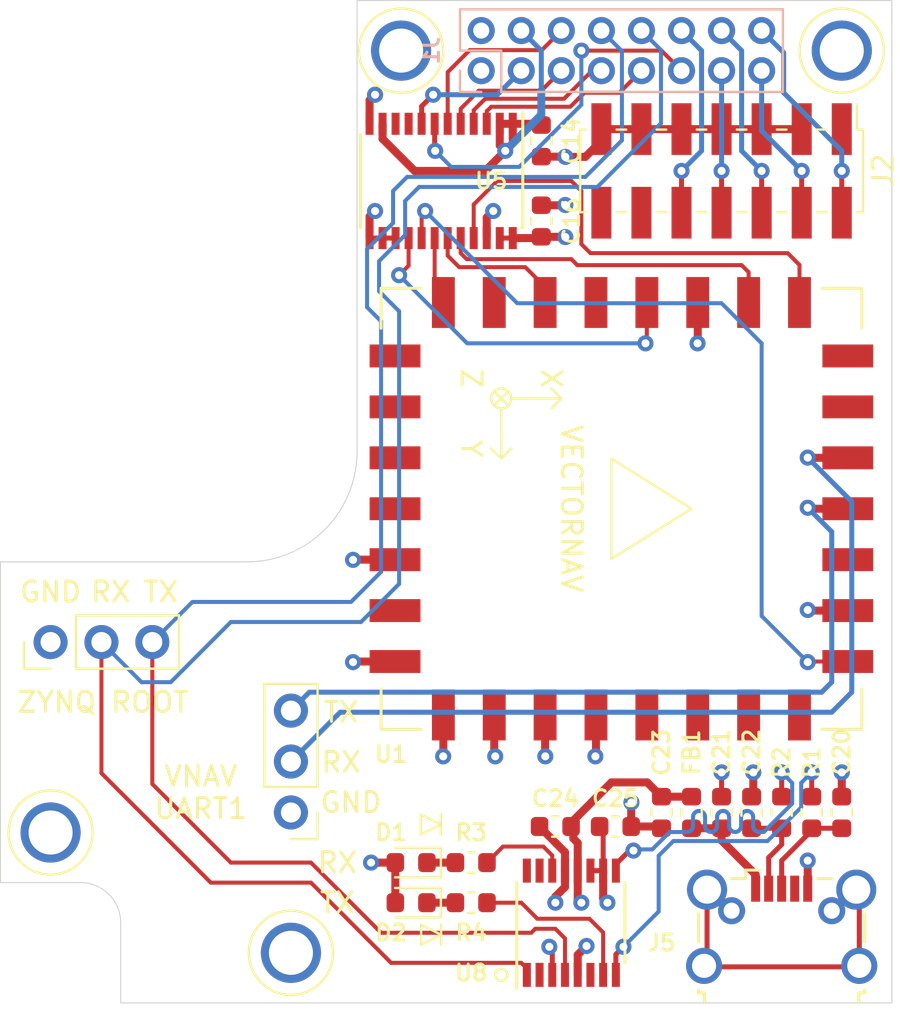
<source format=kicad_pcb>
(kicad_pcb (version 20200104) (host pcbnew "5.99.0-unknown-48ae188~100~ubuntu18.04.1")
  (layers (0 "F.Cu" signal) (1 "In1.Cu" signal hide) (2 "In2.Cu" signal hide) (31 "B.Cu" signal) (34 "B.Paste" user) (35 "F.Paste" user) (36 "B.SilkS" user) (37 "F.SilkS" user) (38 "B.Mask" user) (39 "F.Mask" user) (44 "Edge.Cuts" user))
  (net 0 "")
  (net 1 "Net-(U1-Pad29)")
  (net 2 "Net-(U1-Pad27)")
  (net 3 "Net-(U1-Pad26)")
  (net 4 "Net-(U1-Pad25)")
  (net 5 "Net-(U1-Pad24)")
  (net 6 "Net-(U1-Pad20)")
  (net 7 "Net-(U1-Pad15)")
  (net 8 "Net-(U1-Pad14)")
  (net 9 "Net-(U1-Pad8)")
  (net 10 "GND")
  (net 11 "+3V3")
  (net 12 "/IMU_CS")
  (net 13 "/IMU_NRST")
  (net 14 "/IMU_MISO")
  (net 15 "/IMU_MOSI")
  (net 16 "/IMU_SCK")
  (net 17 "/IMU_RX1")
  (net 18 "/IMU_TX1")
  (net 19 "/IMU_SYNC_OUT")
  (net 20 "/IMU_RX2")
  (net 21 "/IMU_TX2")
  (net 22 "/ROOT_TX")
  (net 23 "/ROOT_RX")
  (net 24 "+1V2")
  (net 25 "Net-(U1-Pad11)")
  (net 26 "Net-(U1-Pad7)")
  (net 27 "Net-(U8-Pad16)")
  (net 28 "Net-(U8-Pad15)")
  (net 29 "Net-(U8-Pad6)")
  (net 30 "Net-(U8-Pad2)")
  (net 31 "Net-(C20-Pad1)")
  (net 32 "Net-(C21-Pad1)")
  (net 33 "Net-(C22-Pad1)")
  (net 34 "/USB_3V3")
  (net 35 "Net-(J5-Pad6)")
  (net 36 "Net-(J5-Pad4)")
  (net 37 "/USB_VCC")
  (net 38 "Net-(D1-Pad1)")
  (net 39 "Net-(D2-Pad1)")
  (net 40 "/RXLED")
  (net 41 "/TXLED")
  (net 42 "/VCC_JTAG")
  (net 43 "/JTAG_TDO")
  (net 44 "/JTAG_TMS")
  (net 45 "/JTAG_TCK")
  (net 46 "/JTAG_TDI")
  (net 47 "/AUX4_1V2")
  (net 48 "/AUX3_1V2")
  (net 49 "/AUX2_1V2")
  (net 50 "/AUX5_1V2")
  (net 51 "/AUX1_1V2")
  (net 52 "/AUX0_1V2")
  (net 53 "Net-(J2-Pad14)")
  (net 54 "Net-(J2-Pad12)")
  (net 55 "Net-(J2-Pad1)")
  (net 56 "Net-(U1-Pad22)")
  (net 57 "Net-(U5-Pad10)")
  (net 58 "Net-(U5-Pad9)")
  (net 59 "/USB_D+")
  (net 60 "/USB_D-")
  (module "Connector_PinHeader_2.54mm:PinHeader_1x03_P2.54mm_Vertical" (layer "F.Cu") (at 94.5 110.5 180)
    (fp_text reference "J4" hide)
    (fp_text value "VECTORNAV_UART")
    (pad "3" thru_hole oval (at 0 5.08 180) (size 1.7 1.7) (drill 1) (layers *.Cu *.Mask) (net 18 "/IMU_TX1"))
    (pad "2" thru_hole oval (at 0 2.54 180) (size 1.7 1.7) (drill 1) (layers *.Cu *.Mask) (net 17 "/IMU_RX1"))
    (pad "1" thru_hole circle (at 0 0 180) (size 1.7 1.7) (drill 1) (layers *.Cu *.Mask) (net 10 "GND"))
  )
  (module "MountingHole:MountingHole_2.2mm_M2_Pad" (layer "F.Cu") (at 122 72.5)
    (fp_text reference "H4" hide)
    (fp_text value "MountingHole_Pad")
    (pad "1" thru_hole circle (at 0 0) (size 3 3) (drill 2.2) (layers *.Cu *.Mask) (net 10 "GND"))
  )
  (module "MountingHole:MountingHole_2.2mm_M2_Pad" (layer "F.Cu") (at 100 72.5)
    (fp_text reference "H3" hide)
    (fp_text value "MountingHole_Pad")
    (pad "1" thru_hole circle (at 0 0) (size 3 3) (drill 2.2) (layers *.Cu *.Mask) (net 10 "GND"))
  )
  (module "MountingHole:MountingHole_2.2mm_M2_Pad" (layer "F.Cu") (at 94.5 117.5)
    (fp_text reference "H2" hide)
    (fp_text value "MountingHole_Pad")
    (pad "1" thru_hole circle (at 0 0) (size 3 3) (drill 2.2) (layers *.Cu *.Mask) (net 10 "GND"))
  )
  (module "MountingHole:MountingHole_2.2mm_M2_Pad" (layer "F.Cu") (at 82.5 111.5)
    (fp_text reference "H1" hide)
    (fp_text value "MountingHole_Pad")
    (pad "1" thru_hole circle (at 0 0) (size 3 3) (drill 2.2) (layers *.Cu *.Mask) (net 10 "GND"))
  )
  (module "Connector_PinHeader_2.00mm:PinHeader_2x07_P2.00mm_Vertical_SMD" (layer "F.Cu") (at 116 78.5 -90)
    (fp_text reference "J2" (at 0 -8.06 90) (layer "F.SilkS"))
    (fp_text value "Xilinx programmer")
    (pad "14" smd rect (at 2.085 6 270) (size 2.58 1) (layers "F.Cu" "F.Paste" "F.Mask") (net 53 "Net-(J2-Pad14)"))
    (pad "13" smd rect (at -2.085 6 270) (size 2.58 1) (layers "F.Cu" "F.Paste" "F.Mask") (net 10 "GND"))
    (pad "12" smd rect (at 2.085 4 270) (size 2.58 1) (layers "F.Cu" "F.Paste" "F.Mask") (net 54 "Net-(J2-Pad12)"))
    (pad "11" smd rect (at -2.085 4 270) (size 2.58 1) (layers "F.Cu" "F.Paste" "F.Mask") (net 10 "GND"))
    (pad "10" smd rect (at 2.085 2 270) (size 2.58 1) (layers "F.Cu" "F.Paste" "F.Mask") (net 46 "/JTAG_TDI"))
    (pad "9" smd rect (at -2.085 2 270) (size 2.58 1) (layers "F.Cu" "F.Paste" "F.Mask") (net 10 "GND"))
    (pad "8" smd rect (at 2.085 0 270) (size 2.58 1) (layers "F.Cu" "F.Paste" "F.Mask") (net 43 "/JTAG_TDO"))
    (pad "7" smd rect (at -2.085 0 270) (size 2.58 1) (layers "F.Cu" "F.Paste" "F.Mask") (net 10 "GND"))
    (pad "6" smd rect (at 2.085 -2 270) (size 2.58 1) (layers "F.Cu" "F.Paste" "F.Mask") (net 45 "/JTAG_TCK"))
    (pad "5" smd rect (at -2.085 -2 270) (size 2.58 1) (layers "F.Cu" "F.Paste" "F.Mask") (net 10 "GND"))
    (pad "4" smd rect (at 2.085 -4 270) (size 2.58 1) (layers "F.Cu" "F.Paste" "F.Mask") (net 44 "/JTAG_TMS"))
    (pad "3" smd rect (at -2.085 -4 270) (size 2.58 1) (layers "F.Cu" "F.Paste" "F.Mask") (net 10 "GND"))
    (pad "2" smd rect (at 2.085 -6 270) (size 2.58 1) (layers "F.Cu" "F.Paste" "F.Mask") (net 42 "/VCC_JTAG"))
    (pad "1" smd rect (at -2.085 -6 270) (size 2.58 1) (layers "F.Cu" "F.Paste" "F.Mask") (net 55 "Net-(J2-Pad1)"))
  )
  (module "Connector_PinSocket_2.00mm:PinSocket_2x08_P2.00mm_Vertical" (layer "B.Cu") (at 104 73.5 -90)
    (fp_text reference "J1" (at -1 2.5 -90) (layer "B.SilkS") (effects (font (size 0.8 0.8)) (justify mirror)))
    (fp_text value "camera")
    (pad "16" thru_hole oval (at -2 -14 270) (size 1.35 1.35) (drill 0.8) (layers *.Cu *.Mask) (net 42 "/VCC_JTAG"))
    (pad "15" thru_hole oval (at 0 -14 270) (size 1.35 1.35) (drill 0.8) (layers *.Cu *.Mask) (net 44 "/JTAG_TMS"))
    (pad "14" thru_hole oval (at -2 -12 270) (size 1.35 1.35) (drill 0.8) (layers *.Cu *.Mask) (net 45 "/JTAG_TCK"))
    (pad "13" thru_hole oval (at 0 -12 270) (size 1.35 1.35) (drill 0.8) (layers *.Cu *.Mask) (net 43 "/JTAG_TDO"))
    (pad "12" thru_hole oval (at -2 -10 270) (size 1.35 1.35) (drill 0.8) (layers *.Cu *.Mask) (net 46 "/JTAG_TDI"))
    (pad "11" thru_hole oval (at 0 -10 270) (size 1.35 1.35) (drill 0.8) (layers *.Cu *.Mask) (net 47 "/AUX4_1V2"))
    (pad "10" thru_hole oval (at -2 -8 270) (size 1.35 1.35) (drill 0.8) (layers *.Cu *.Mask) (net 23 "/ROOT_RX"))
    (pad "9" thru_hole oval (at 0 -8 270) (size 1.35 1.35) (drill 0.8) (layers *.Cu *.Mask) (net 48 "/AUX3_1V2"))
    (pad "8" thru_hole oval (at -2 -6 270) (size 1.35 1.35) (drill 0.8) (layers *.Cu *.Mask) (net 22 "/ROOT_TX"))
    (pad "7" thru_hole oval (at 0 -6 270) (size 1.35 1.35) (drill 0.8) (layers *.Cu *.Mask) (net 49 "/AUX2_1V2"))
    (pad "6" thru_hole oval (at -2 -4 270) (size 1.35 1.35) (drill 0.8) (layers *.Cu *.Mask) (net 50 "/AUX5_1V2"))
    (pad "5" thru_hole oval (at 0 -4 270) (size 1.35 1.35) (drill 0.8) (layers *.Cu *.Mask) (net 51 "/AUX1_1V2"))
    (pad "4" thru_hole oval (at -2 -2 270) (size 1.35 1.35) (drill 0.8) (layers *.Cu *.Mask) (net 24 "+1V2"))
    (pad "3" thru_hole oval (at 0 -2 270) (size 1.35 1.35) (drill 0.8) (layers *.Cu *.Mask) (net 52 "/AUX0_1V2"))
    (pad "2" thru_hole oval (at -2 0 270) (size 1.35 1.35) (drill 0.8) (layers *.Cu *.Mask) (net 10 "GND"))
    (pad "1" thru_hole circle (at 0 0 270) (size 1.35 1.35) (drill 0.8) (layers *.Cu *.Mask) (net 11 "+3V3"))
  )
  (module "Resistor_SMD:R_0603_1608Metric" (layer "F.Cu") (at 103.5 115)
    (fp_text reference "R4" (at 0 1.5) (layer "F.SilkS") (effects (font (size 0.8 0.8))))
    (fp_text value "270R")
    (pad "1" smd roundrect (at -0.7875 0) (size 0.875 0.95) (layers "F.Cu" "F.Paste" "F.Mask") (net 39 "Net-(D2-Pad1)"))
    (pad "2" smd roundrect (at 0.7875 0) (size 0.875 0.95) (layers "F.Cu" "F.Paste" "F.Mask") (net 41 "/TXLED"))
  )
  (module "Resistor_SMD:R_0603_1608Metric" (layer "F.Cu") (at 103.5 113)
    (fp_text reference "R3" (at 0 -1.5) (layer "F.SilkS") (effects (font (size 0.8 0.8))))
    (fp_text value "270R")
    (pad "2" smd roundrect (at 0.7875 0) (size 0.875 0.95) (layers "F.Cu" "F.Paste" "F.Mask") (net 40 "/RXLED"))
    (pad "1" smd roundrect (at -0.7875 0) (size 0.875 0.95) (layers "F.Cu" "F.Paste" "F.Mask") (net 38 "Net-(D1-Pad1)"))
  )
  (module "LED_SMD:LED_0603_1608Metric" (layer "F.Cu") (at 100.5 115 180)
    (fp_text reference "D2" (at 1 -1.5) (layer "F.SilkS") (effects (font (size 0.8 0.8))))
    (fp_text value "TXLED")
    (pad "1" smd roundrect (at -0.7875 0 180) (size 0.875 0.95) (layers "F.Cu" "F.Paste" "F.Mask") (net 39 "Net-(D2-Pad1)"))
    (pad "2" smd roundrect (at 0.7875 0 180) (size 0.875 0.95) (layers "F.Cu" "F.Paste" "F.Mask") (net 34 "/USB_3V3"))
  )
  (module "LED_SMD:LED_0603_1608Metric" (layer "F.Cu") (at 100.5 113 180)
    (fp_text reference "D1" (at 1 1.5) (layer "F.SilkS") (effects (font (size 0.8 0.8))))
    (fp_text value "RXLED")
    (pad "2" smd roundrect (at 0.7875 0 180) (size 0.875 0.95) (layers "F.Cu" "F.Paste" "F.Mask") (net 34 "/USB_3V3"))
    (pad "1" smd roundrect (at -0.7875 0 180) (size 0.875 0.95) (layers "F.Cu" "F.Paste" "F.Mask") (net 38 "Net-(D1-Pad1)"))
  )
  (module "IMU:VN-100" (layer "F.Cu") (at 111 95.35 -90)
    (fp_text reference "U1" (at 12.25 11.5 180) (layer "F.SilkS") (effects (font (size 0.8 0.8))))
    (fp_text value "VN-100")
    (pad "30" smd rect (at 7.62 11.303 180) (size 2.54 1.143) (layers "F.Cu" "F.Paste" "F.Mask") (net 10 "GND"))
    (pad "29" smd rect (at 5.08 11.303 180) (size 2.54 1.143) (layers "F.Cu" "F.Paste" "F.Mask") (net 1 "Net-(U1-Pad29)"))
    (pad "28" smd rect (at 2.54 11.303 180) (size 2.54 1.143) (layers "F.Cu" "F.Paste" "F.Mask") (net 10 "GND"))
    (pad "27" smd rect (at 0 11.303 180) (size 2.54 1.143) (layers "F.Cu" "F.Paste" "F.Mask") (net 2 "Net-(U1-Pad27)"))
    (pad "26" smd rect (at -2.54 11.303 180) (size 2.54 1.143) (layers "F.Cu" "F.Paste" "F.Mask") (net 3 "Net-(U1-Pad26)"))
    (pad "25" smd rect (at -5.08 11.303 180) (size 2.54 1.143) (layers "F.Cu" "F.Paste" "F.Mask") (net 4 "Net-(U1-Pad25)"))
    (pad "24" smd rect (at -7.62 11.303 180) (size 2.54 1.143) (layers "F.Cu" "F.Paste" "F.Mask") (net 5 "Net-(U1-Pad24)"))
    (pad "23" smd rect (at -10.287 8.89 90) (size 2.54 1.143) (layers "F.Cu" "F.Paste" "F.Mask") (net 12 "/IMU_CS"))
    (pad "22" smd rect (at -10.287 6.35 90) (size 2.54 1.143) (layers "F.Cu" "F.Paste" "F.Mask") (net 56 "Net-(U1-Pad22)"))
    (pad "21" smd rect (at -10.287 3.81 90) (size 2.54 1.143) (layers "F.Cu" "F.Paste" "F.Mask") (net 13 "/IMU_NRST"))
    (pad "20" smd rect (at -10.287 1.27 90) (size 2.54 1.143) (layers "F.Cu" "F.Paste" "F.Mask") (net 6 "Net-(U1-Pad20)"))
    (pad "19" smd rect (at -10.287 -1.27 90) (size 2.54 1.143) (layers "F.Cu" "F.Paste" "F.Mask") (net 14 "/IMU_MISO"))
    (pad "18" smd rect (at -10.287 -3.81 90) (size 2.54 1.143) (layers "F.Cu" "F.Paste" "F.Mask") (net 10 "GND"))
    (pad "17" smd rect (at -10.287 -6.35 90) (size 2.54 1.143) (layers "F.Cu" "F.Paste" "F.Mask") (net 15 "/IMU_MOSI"))
    (pad "16" smd rect (at -10.287 -8.89 90) (size 2.54 1.143) (layers "F.Cu" "F.Paste" "F.Mask") (net 16 "/IMU_SCK"))
    (pad "15" smd rect (at -7.62 -11.303) (size 2.54 1.143) (layers "F.Cu" "F.Paste" "F.Mask") (net 7 "Net-(U1-Pad15)"))
    (pad "14" smd rect (at -5.08 -11.303) (size 2.54 1.143) (layers "F.Cu" "F.Paste" "F.Mask") (net 8 "Net-(U1-Pad14)"))
    (pad "13" smd rect (at -2.54 -11.303) (size 2.54 1.143) (layers "F.Cu" "F.Paste" "F.Mask") (net 17 "/IMU_RX1"))
    (pad "12" smd rect (at 0 -11.303) (size 2.54 1.143) (layers "F.Cu" "F.Paste" "F.Mask") (net 18 "/IMU_TX1"))
    (pad "11" smd rect (at 2.54 -11.303) (size 2.54 1.143) (layers "F.Cu" "F.Paste" "F.Mask") (net 25 "Net-(U1-Pad11)"))
    (pad "10" smd rect (at 5.08 -11.303) (size 2.54 1.143) (layers "F.Cu" "F.Paste" "F.Mask") (net 11 "+3V3"))
    (pad "9" smd rect (at 7.62 -11.303) (size 2.54 1.143) (layers "F.Cu" "F.Paste" "F.Mask") (net 19 "/IMU_SYNC_OUT"))
    (pad "8" smd rect (at 10.287 -8.89 270) (size 2.54 1.143) (layers "F.Cu" "F.Paste" "F.Mask") (net 9 "Net-(U1-Pad8)"))
    (pad "7" smd rect (at 10.287 -6.35 270) (size 2.54 1.143) (layers "F.Cu" "F.Paste" "F.Mask") (net 26 "Net-(U1-Pad7)"))
    (pad "6" smd rect (at 10.287 -3.81 270) (size 2.54 1.143) (layers "F.Cu" "F.Paste" "F.Mask") (net 20 "/IMU_RX2"))
    (pad "5" smd rect (at 10.287 -1.27 270) (size 2.54 1.143) (layers "F.Cu" "F.Paste" "F.Mask") (net 21 "/IMU_TX2"))
    (pad "4" smd rect (at 10.287 1.27 270) (size 2.54 1.143) (layers "F.Cu" "F.Paste" "F.Mask") (net 10 "GND"))
    (pad "3" smd rect (at 10.287 3.81 270) (size 2.54 1.143) (layers "F.Cu" "F.Paste" "F.Mask") (net 10 "GND"))
    (pad "2" smd rect (at 10.287 6.35 270) (size 2.54 1.143) (layers "F.Cu" "F.Paste" "F.Mask") (net 10 "GND"))
    (pad "1" smd rect (at 10.287 8.89 270) (size 2.54 1.143) (layers "F.Cu" "F.Paste" "F.Mask") (net 10 "GND"))
  )
  (module "Connector_USB:USB_Micro-B_Wuerth_629105150521_CircularHoles" (layer "F.Cu") (at 119 116.2)
    (fp_text reference "J5" (at -6 0.8) (layer "F.SilkS") (effects (font (size 0.8 0.8))))
    (fp_text value "USB_B_Micro")
    (pad "" thru_hole circle (at 2.5 -0.8) (size 1.35 1.35) (drill 0.8) (layers *.Cu *.Mask))
    (pad "" thru_hole circle (at -2.5 -0.8) (size 1.35 1.35) (drill 0.8) (layers *.Cu *.Mask))
    (pad "6" thru_hole circle (at 3.875 1.95) (size 1.8 1.8) (drill 1.2) (layers *.Cu *.Mask) (net 35 "Net-(J5-Pad6)"))
    (pad "6" thru_hole circle (at -3.875 1.95) (size 1.8 1.8) (drill 1.2) (layers *.Cu *.Mask) (net 35 "Net-(J5-Pad6)"))
    (pad "6" thru_hole circle (at 3.725 -1.85) (size 2 2) (drill 1.4) (layers *.Cu *.Mask) (net 35 "Net-(J5-Pad6)"))
    (pad "6" thru_hole circle (at -3.725 -1.85) (size 2 2) (drill 1.4) (layers *.Cu *.Mask) (net 35 "Net-(J5-Pad6)"))
    (pad "5" smd rect (at 1.3 -1.9) (size 0.45 1.3) (layers "F.Cu" "F.Paste" "F.Mask") (net 10 "GND"))
    (pad "4" smd rect (at 0.65 -1.9) (size 0.45 1.3) (layers "F.Cu" "F.Paste" "F.Mask") (net 36 "Net-(J5-Pad4)"))
    (pad "3" smd rect (at 0 -1.9) (size 0.45 1.3) (layers "F.Cu" "F.Paste" "F.Mask") (net 31 "Net-(C20-Pad1)"))
    (pad "2" smd rect (at -0.65 -1.9) (size 0.45 1.3) (layers "F.Cu" "F.Paste" "F.Mask") (net 33 "Net-(C22-Pad1)"))
    (pad "1" smd rect (at -1.3 -1.9) (size 0.45 1.3) (layers "F.Cu" "F.Paste" "F.Mask") (net 32 "Net-(C21-Pad1)"))
  )
  (module "Resistor_SMD:R_0603_1608Metric" (layer "F.Cu") (at 119 110.5 -90)
    (fp_text reference "R2" (at -2.5 0 90) (layer "F.SilkS") (effects (font (size 0.8 0.8))))
    (fp_text value "27R")
    (pad "2" smd roundrect (at 0.7875 0 270) (size 0.875 0.95) (layers "F.Cu" "F.Paste" "F.Mask") (net 33 "Net-(C22-Pad1)"))
    (pad "1" smd roundrect (at -0.7875 0 270) (size 0.875 0.95) (layers "F.Cu" "F.Paste" "F.Mask") (net 60 "/USB_D-"))
  )
  (module "Resistor_SMD:R_0603_1608Metric" (layer "F.Cu") (at 120.5 110.5 -90)
    (fp_text reference "R1" (at -2.5 0 90) (layer "F.SilkS") (effects (font (size 0.8 0.8))))
    (fp_text value "27R")
    (pad "2" smd roundrect (at 0.7875 0 270) (size 0.875 0.95) (layers "F.Cu" "F.Paste" "F.Mask") (net 31 "Net-(C20-Pad1)"))
    (pad "1" smd roundrect (at -0.7875 0 270) (size 0.875 0.95) (layers "F.Cu" "F.Paste" "F.Mask") (net 59 "/USB_D+"))
  )
  (module "Package_SO:SSOP-16_3.9x4.9mm_P0.635mm" (layer "F.Cu") (at 108.5 116 90)
    (fp_text reference "U8" (at -2.5 -5) (layer "F.SilkS") (effects (font (size 0.8 0.8))))
    (fp_text value "FT230XS")
    (pad "16" smd rect (at 2.6 -2.2225 90) (size 1.2 0.4) (layers "F.Cu" "F.Paste" "F.Mask") (net 27 "Net-(U8-Pad16)"))
    (pad "15" smd rect (at 2.6 -1.5875 90) (size 1.2 0.4) (layers "F.Cu" "F.Paste" "F.Mask") (net 28 "Net-(U8-Pad15)"))
    (pad "14" smd rect (at 2.6 -0.9525 90) (size 1.2 0.4) (layers "F.Cu" "F.Paste" "F.Mask") (net 40 "/RXLED"))
    (pad "13" smd rect (at 2.6 -0.3175 90) (size 1.2 0.4) (layers "F.Cu" "F.Paste" "F.Mask") (net 10 "GND"))
    (pad "12" smd rect (at 2.6 0.3175 90) (size 1.2 0.4) (layers "F.Cu" "F.Paste" "F.Mask") (net 37 "/USB_VCC"))
    (pad "11" smd rect (at 2.6 0.9525 90) (size 1.2 0.4) (layers "F.Cu" "F.Paste" "F.Mask") (net 34 "/USB_3V3"))
    (pad "10" smd rect (at 2.6 1.5875 90) (size 1.2 0.4) (layers "F.Cu" "F.Paste" "F.Mask") (net 34 "/USB_3V3"))
    (pad "9" smd rect (at 2.6 2.2225 90) (size 1.2 0.4) (layers "F.Cu" "F.Paste" "F.Mask") (net 60 "/USB_D-"))
    (pad "8" smd rect (at -2.6 2.2225 90) (size 1.2 0.4) (layers "F.Cu" "F.Paste" "F.Mask") (net 59 "/USB_D+"))
    (pad "7" smd rect (at -2.6 1.5875 90) (size 1.2 0.4) (layers "F.Cu" "F.Paste" "F.Mask") (net 41 "/TXLED"))
    (pad "6" smd rect (at -2.6 0.9525 90) (size 1.2 0.4) (layers "F.Cu" "F.Paste" "F.Mask") (net 29 "Net-(U8-Pad6)"))
    (pad "5" smd rect (at -2.6 0.3175 90) (size 1.2 0.4) (layers "F.Cu" "F.Paste" "F.Mask") (net 10 "GND"))
    (pad "4" smd rect (at -2.6 -0.3175 90) (size 1.2 0.4) (layers "F.Cu" "F.Paste" "F.Mask") (net 22 "/ROOT_TX"))
    (pad "3" smd rect (at -2.6 -0.9525 90) (size 1.2 0.4) (layers "F.Cu" "F.Paste" "F.Mask") (net 34 "/USB_3V3"))
    (pad "2" smd rect (at -2.6 -1.5875 90) (size 1.2 0.4) (layers "F.Cu" "F.Paste" "F.Mask") (net 30 "Net-(U8-Pad2)"))
    (pad "1" smd rect (at -2.6 -2.2225 90) (size 1.2 0.4) (layers "F.Cu" "F.Paste" "F.Mask") (net 23 "/ROOT_RX"))
  )
  (module "Connector_PinHeader_2.54mm:PinHeader_1x03_P2.54mm_Vertical" (layer "F.Cu") (at 82.5 102 90)
    (fp_text reference "J3" hide)
    (fp_text value "ROOT CONSOLE")
    (pad "3" thru_hole oval (at 0 5.08 90) (size 1.7 1.7) (drill 1) (layers *.Cu *.Mask) (net 22 "/ROOT_TX"))
    (pad "2" thru_hole oval (at 0 2.54 90) (size 1.7 1.7) (drill 1) (layers *.Cu *.Mask) (net 23 "/ROOT_RX"))
    (pad "1" thru_hole circle (at 0 0 90) (size 1.7 1.7) (drill 1) (layers *.Cu *.Mask) (net 10 "GND"))
  )
  (module "Resistor_SMD:R_0603_1608Metric" (layer "F.Cu") (at 114.5 110.5 -90)
    (fp_text reference "FB1" (at -3 0 90) (layer "F.SilkS") (effects (font (size 0.8 0.8))))
    (fp_text value "ferrite")
    (pad "2" smd roundrect (at 0.7875 0 270) (size 0.875 0.95) (layers "F.Cu" "F.Paste" "F.Mask") (net 32 "Net-(C21-Pad1)"))
    (pad "1" smd roundrect (at -0.7875 0 270) (size 0.875 0.95) (layers "F.Cu" "F.Paste" "F.Mask") (net 37 "/USB_VCC"))
  )
  (module "Capacitor_SMD:C_0603_1608Metric" (layer "F.Cu") (at 110.7 111.2)
    (fp_text reference "C25" (at 0 -1.4) (layer "F.SilkS") (effects (font (size 0.8 0.8))))
    (fp_text value "100n")
    (pad "2" smd roundrect (at 0.7875 0) (size 0.875 0.95) (layers "F.Cu" "F.Paste" "F.Mask") (net 10 "GND"))
    (pad "1" smd roundrect (at -0.7875 0) (size 0.875 0.95) (layers "F.Cu" "F.Paste" "F.Mask") (net 34 "/USB_3V3"))
  )
  (module "Capacitor_SMD:C_0603_1608Metric" (layer "F.Cu") (at 107.7 111.2 180)
    (fp_text reference "C24" (at 0 1.4) (layer "F.SilkS") (effects (font (size 0.8 0.8))))
    (fp_text value "100n")
    (pad "2" smd roundrect (at 0.7875 0 180) (size 0.875 0.95) (layers "F.Cu" "F.Paste" "F.Mask") (net 10 "GND"))
    (pad "1" smd roundrect (at -0.7875 0 180) (size 0.875 0.95) (layers "F.Cu" "F.Paste" "F.Mask") (net 37 "/USB_VCC"))
  )
  (module "Capacitor_SMD:C_0603_1608Metric" (layer "F.Cu") (at 113 110.5 -90)
    (fp_text reference "C23" (at -3 0 90) (layer "F.SilkS") (effects (font (size 0.8 0.8))))
    (fp_text value "10u")
    (pad "2" smd roundrect (at 0.7875 0 270) (size 0.875 0.95) (layers "F.Cu" "F.Paste" "F.Mask") (net 10 "GND"))
    (pad "1" smd roundrect (at -0.7875 0 270) (size 0.875 0.95) (layers "F.Cu" "F.Paste" "F.Mask") (net 37 "/USB_VCC"))
  )
  (module "Capacitor_SMD:C_0603_1608Metric" (layer "F.Cu") (at 117.5 110.5 90)
    (fp_text reference "C22" (at 3 0 90) (layer "F.SilkS") (effects (font (size 0.8 0.8))))
    (fp_text value "47p")
    (pad "2" smd roundrect (at 0.7875 0 90) (size 0.875 0.95) (layers "F.Cu" "F.Paste" "F.Mask") (net 10 "GND"))
    (pad "1" smd roundrect (at -0.7875 0 90) (size 0.875 0.95) (layers "F.Cu" "F.Paste" "F.Mask") (net 33 "Net-(C22-Pad1)"))
  )
  (module "Capacitor_SMD:C_0603_1608Metric" (layer "F.Cu") (at 116 110.5 90)
    (fp_text reference "C21" (at 3 0 90) (layer "F.SilkS") (effects (font (size 0.8 0.8))))
    (fp_text value "100n")
    (pad "2" smd roundrect (at 0.7875 0 90) (size 0.875 0.95) (layers "F.Cu" "F.Paste" "F.Mask") (net 10 "GND"))
    (pad "1" smd roundrect (at -0.7875 0 90) (size 0.875 0.95) (layers "F.Cu" "F.Paste" "F.Mask") (net 32 "Net-(C21-Pad1)"))
  )
  (module "Capacitor_SMD:C_0603_1608Metric" (layer "F.Cu") (at 122 110.5 90)
    (fp_text reference "C20" (at 3 0 90) (layer "F.SilkS") (effects (font (size 0.8 0.8))))
    (fp_text value "47p")
    (pad "2" smd roundrect (at 0.7875 0 90) (size 0.875 0.95) (layers "F.Cu" "F.Paste" "F.Mask") (net 10 "GND"))
    (pad "1" smd roundrect (at -0.7875 0 90) (size 0.875 0.95) (layers "F.Cu" "F.Paste" "F.Mask") (net 31 "Net-(C20-Pad1)"))
  )
  (module "Package_SO:TSSOP-24_4.4x7.8mm_P0.65mm" (layer "F.Cu") (at 102 79 -90)
    (fp_text reference "U5" (at 0 -2.5 180) (layer "F.SilkS") (effects (font (size 0.8 0.8))))
    (fp_text value "SN74AXCH8T245")
    (pad "24" smd rect (at 2.85 -3.575 270) (size 1.1 0.4) (layers "F.Cu" "F.Paste" "F.Mask") (net 11 "+3V3"))
    (pad "23" smd rect (at 2.85 -2.925 270) (size 1.1 0.4) (layers "F.Cu" "F.Paste" "F.Mask") (net 11 "+3V3"))
    (pad "22" smd rect (at 2.85 -2.275 270) (size 1.1 0.4) (layers "F.Cu" "F.Paste" "F.Mask") (net 10 "GND"))
    (pad "21" smd rect (at 2.85 -1.625 270) (size 1.1 0.4) (layers "F.Cu" "F.Paste" "F.Mask") (net 16 "/IMU_SCK"))
    (pad "20" smd rect (at 2.85 -0.975 270) (size 1.1 0.4) (layers "F.Cu" "F.Paste" "F.Mask") (net 15 "/IMU_MOSI"))
    (pad "19" smd rect (at 2.85 -0.325 270) (size 1.1 0.4) (layers "F.Cu" "F.Paste" "F.Mask") (net 13 "/IMU_NRST"))
    (pad "18" smd rect (at 2.85 0.325 270) (size 1.1 0.4) (layers "F.Cu" "F.Paste" "F.Mask") (net 12 "/IMU_CS"))
    (pad "17" smd rect (at 2.85 0.975 270) (size 1.1 0.4) (layers "F.Cu" "F.Paste" "F.Mask") (net 19 "/IMU_SYNC_OUT"))
    (pad "16" smd rect (at 2.85 1.625 270) (size 1.1 0.4) (layers "F.Cu" "F.Paste" "F.Mask") (net 14 "/IMU_MISO"))
    (pad "15" smd rect (at 2.85 2.275 270) (size 1.1 0.4) (layers "F.Cu" "F.Paste" "F.Mask") (net 10 "GND"))
    (pad "14" smd rect (at 2.85 2.925 270) (size 1.1 0.4) (layers "F.Cu" "F.Paste" "F.Mask") (net 10 "GND"))
    (pad "13" smd rect (at 2.85 3.575 270) (size 1.1 0.4) (layers "F.Cu" "F.Paste" "F.Mask") (net 10 "GND"))
    (pad "12" smd rect (at -2.85 3.575 270) (size 1.1 0.4) (layers "F.Cu" "F.Paste" "F.Mask") (net 10 "GND"))
    (pad "11" smd rect (at -2.85 2.925 270) (size 1.1 0.4) (layers "F.Cu" "F.Paste" "F.Mask") (net 24 "+1V2"))
    (pad "10" smd rect (at -2.85 2.275 270) (size 1.1 0.4) (layers "F.Cu" "F.Paste" "F.Mask") (net 57 "Net-(U5-Pad10)"))
    (pad "9" smd rect (at -2.85 1.625 270) (size 1.1 0.4) (layers "F.Cu" "F.Paste" "F.Mask") (net 58 "Net-(U5-Pad9)"))
    (pad "8" smd rect (at -2.85 0.975 270) (size 1.1 0.4) (layers "F.Cu" "F.Paste" "F.Mask") (net 52 "/AUX0_1V2"))
    (pad "7" smd rect (at -2.85 0.325 270) (size 1.1 0.4) (layers "F.Cu" "F.Paste" "F.Mask") (net 47 "/AUX4_1V2"))
    (pad "6" smd rect (at -2.85 -0.325 270) (size 1.1 0.4) (layers "F.Cu" "F.Paste" "F.Mask") (net 50 "/AUX5_1V2"))
    (pad "5" smd rect (at -2.85 -0.975 270) (size 1.1 0.4) (layers "F.Cu" "F.Paste" "F.Mask") (net 51 "/AUX1_1V2"))
    (pad "4" smd rect (at -2.85 -1.625 270) (size 1.1 0.4) (layers "F.Cu" "F.Paste" "F.Mask") (net 49 "/AUX2_1V2"))
    (pad "3" smd rect (at -2.85 -2.275 270) (size 1.1 0.4) (layers "F.Cu" "F.Paste" "F.Mask") (net 48 "/AUX3_1V2"))
    (pad "2" smd rect (at -2.85 -2.925 270) (size 1.1 0.4) (layers "F.Cu" "F.Paste" "F.Mask") (net 24 "+1V2"))
    (pad "1" smd rect (at -2.85 -3.575 270) (size 1.1 0.4) (layers "F.Cu" "F.Paste" "F.Mask") (net 24 "+1V2"))
  )
  (module "Capacitor_SMD:C_0603_1608Metric" (layer "F.Cu") (at 107 81 90)
    (fp_text reference "C16" (at 0 1.5 90) (layer "F.SilkS") (effects (font (size 0.8 0.8))))
    (fp_text value "100n")
    (pad "2" smd roundrect (at 0.7875 0 90) (size 0.875 0.95) (layers "F.Cu" "F.Paste" "F.Mask") (net 10 "GND"))
    (pad "1" smd roundrect (at -0.7875 0 90) (size 0.875 0.95) (layers "F.Cu" "F.Paste" "F.Mask") (net 11 "+3V3"))
  )
  (module "Capacitor_SMD:C_0603_1608Metric" (layer "F.Cu") (at 107 77 -90)
    (fp_text reference "C14" (at 0 -1.5 90) (layer "F.SilkS") (effects (font (size 0.8 0.8))))
    (fp_text value "100n")
    (pad "2" smd roundrect (at 0.7875 0 270) (size 0.875 0.95) (layers "F.Cu" "F.Paste" "F.Mask") (net 10 "GND"))
    (pad "1" smd roundrect (at -0.7875 0 270) (size 0.875 0.95) (layers "F.Cu" "F.Paste" "F.Mask") (net 24 "+1V2"))
  )
  (gr_text "VNAV\nUART1" (at 90 109.5) (layer "F.SilkS") (effects (font (size 1 1))))
  (gr_text "GND" (at 97.5 110) (layer "F.SilkS") (effects (font (size 1 1))))
  (gr_text "RX" (at 97 108) (layer "F.SilkS") (effects (font (size 1 1))))
  (gr_text "TX" (at 97 105.5) (layer "F.SilkS") (effects (font (size 1 1))))
  (gr_text "ZYNQ ROOT " (at 85.5 105) (layer "F.SilkS") (effects (font (size 1 1))))
  (gr_circle (center 94.5 117.5) (end 96.6 117.5) (layer "F.SilkS") (width 0.12))
  (gr_arc (start 84 116) (end 86 116) (angle -90) (layer "Edge.Cuts") (width 0.05))
  (gr_line (start 101 116.1) (end 101 117.1) (layer "F.SilkS") (width 0.12))
  (gr_line (start 101 117.1) (end 102 116.6) (layer "F.SilkS") (width 0.12))
  (gr_line (start 102 116.6) (end 101 116.1) (layer "F.SilkS") (width 0.12))
  (gr_line (start 102 116.1) (end 102 117.1) (layer "F.SilkS") (width 0.12))
  (gr_line (start 100.985 111.6) (end 101.985 111.1) (layer "F.SilkS") (width 0.12))
  (gr_line (start 100.985 110.6) (end 100.985 111.6) (layer "F.SilkS") (width 0.12))
  (gr_line (start 101.985 111.1) (end 100.985 110.6) (layer "F.SilkS") (width 0.12))
  (gr_line (start 101.985 110.6) (end 101.985 111.6) (layer "F.SilkS") (width 0.12))
  (gr_text "RX" (at 96.81875 113) (layer "F.SilkS") (effects (font (size 1 1))))
  (gr_text "TX" (at 96.81875 115) (layer "F.SilkS") (effects (font (size 1 1))))
  (gr_text "GND" (at 82.5 99.5) (layer "F.SilkS") (effects (font (size 1 1))))
  (gr_text "RX" (at 85.5 99.5) (layer "F.SilkS") (effects (font (size 1 1))))
  (gr_text "TX" (at 88 99.5) (layer "F.SilkS") (effects (font (size 1 1))))
  (gr_line (start 86 120) (end 124.5 120) (layer "Edge.Cuts") (width 0.05))
  (gr_line (start 124.5 120) (end 124.5 70) (layer "Edge.Cuts") (width 0.05))
  (gr_arc (start 92.3 92.5) (end 92.3 98) (angle -90) (layer "Edge.Cuts") (width 0.05))
  (gr_line (start 80 98) (end 92.3 98) (layer "Edge.Cuts") (width 0.05))
  (gr_line (start 80 98) (end 80 114) (layer "Edge.Cuts") (width 0.05))
  (gr_line (start 84 114) (end 80 114) (layer "Edge.Cuts") (width 0.05))
  (gr_line (start 86 116) (end 86 120) (layer "Edge.Cuts") (width 0.05))
  (gr_circle (center 82.5 111.5) (end 84.6 111.5) (layer "F.SilkS") (width 0.12))
  (gr_circle (center 100 72.5) (end 102.1 72.5) (layer "F.SilkS") (width 0.12))
  (gr_circle (center 122 72.5) (end 124.1 72.5) (layer "F.SilkS") (width 0.12))
  (gr_circle (center 105 118.6) (end 105 118.3) (layer "F.SilkS") (width 0.12))
  (gr_text "Z" (at 103.5 88.85 270) (layer "F.SilkS") (effects (font (size 1 1))))
  (gr_text "X" (at 107.5 88.85 270) (layer "F.SilkS") (effects (font (size 1 1))))
  (gr_text "Y" (at 103.5 92.35 270) (layer "F.SilkS") (effects (font (size 1 1))))
  (gr_line (start 104.7 90.15) (end 105.3 89.55) (layer "F.SilkS") (width 0.12))
  (gr_line (start 105.3 90.15) (end 104.7 89.55) (layer "F.SilkS") (width 0.12))
  (gr_line (start 108 89.85) (end 107.5 89.35) (layer "F.SilkS") (width 0.12))
  (gr_line (start 108 89.85) (end 107.5 90.35) (layer "F.SilkS") (width 0.12))
  (gr_line (start 105.5 89.85) (end 108 89.85) (layer "F.SilkS") (width 0.12))
  (gr_line (start 105 92.85) (end 104.5 92.35) (layer "F.SilkS") (width 0.12))
  (gr_line (start 105 92.85) (end 105.5 92.35) (layer "F.SilkS") (width 0.12))
  (gr_line (start 105 90.35) (end 105 92.85) (layer "F.SilkS") (width 0.12))
  (gr_circle (center 105 89.85) (end 105.5 89.85) (layer "F.SilkS") (width 0.12))
  (gr_line (start 114.5 95.35) (end 110.5 97.85) (layer "F.SilkS") (width 0.12))
  (gr_line (start 110.5 92.85) (end 114.5 95.35) (layer "F.SilkS") (width 0.12))
  (gr_line (start 110.5 97.85) (end 110.5 92.85) (layer "F.SilkS") (width 0.12))
  (gr_text "VECTORNAV" (at 108.5 95.35 270) (layer "F.SilkS") (effects (font (size 1 1))))
  (gr_line (start 97.8 92.5) (end 97.8 70) (layer "Edge.Cuts") (width 0.05))
  (gr_line (start 97.8 70) (end 124.5 70) (layer "Edge.Cuts") (width 0.05))
  (segment (start 102.11 107.69) (end 102.1 107.7) (width 0.4) (layer "F.Cu") (net 10))
  (via (at 102.1 107.7) (size 0.8) (drill 0.4) (layers "F.Cu" "B.Cu") (net 10))
  (segment (start 102.11 105.637) (end 102.11 107.69) (width 0.4) (layer "F.Cu") (net 10))
  (segment (start 104.65 107.65) (end 104.7 107.7) (width 0.4) (layer "F.Cu") (net 10))
  (segment (start 104.65 105.637) (end 104.65 107.65) (width 0.4) (layer "F.Cu") (net 10))
  (via (at 104.7 107.7) (size 0.8) (drill 0.4) (layers "F.Cu" "B.Cu") (net 10))
  (segment (start 107.5475 118.6) (end 107.5475 117.3475) (width 0.25) (layer "F.Cu") (net 34))
  (segment (start 107.5475 117.3475) (end 107.4 117.2) (width 0.25) (layer "F.Cu") (net 34))
  (via (at 107.4 117.2) (size 0.8) (drill 0.4) (layers "F.Cu" "B.Cu") (net 34))
  (segment (start 112.2875 109) (end 110.5 109) (width 0.4) (layer "F.Cu") (net 37))
  (segment (start 113 109.7125) (end 112.2875 109) (width 0.4) (layer "F.Cu") (net 37))
  (segment (start 110.5 109) (end 108.4875 111.0125) (width 0.4) (layer "F.Cu") (net 37))
  (segment (start 108.4875 111.0125) (end 108.4875 111.2) (width 0.4) (layer "F.Cu") (net 37))
  (segment (start 115.005165 110.453085) (end 114.941756 110.430897) (width 0.2) (layer "B.Cu") (net 60))
  (segment (start 115.062046 110.488826) (end 115.005165 110.453085) (width 0.2) (layer "B.Cu") (net 60))
  (segment (start 115.344834 111.44529) (end 115.287953 111.409549) (width 0.2) (layer "B.Cu") (net 60))
  (segment (start 116.909549 111.362046) (end 116.862046 111.409549) (width 0.2) (layer "B.Cu") (net 60))
  (segment (start 114.341756 111.467478) (end 114.275 111.475) (width 0.2) (layer "B.Cu") (net 60))
  (segment (start 115.408243 111.467478) (end 115.344834 111.44529) (width 0.2) (layer "B.Cu") (net 60))
  (segment (start 116.741756 111.467478) (end 116.675 111.475) (width 0.2) (layer "B.Cu") (net 60))
  (segment (start 114.405165 111.44529) (end 114.341756 111.467478) (width 0.2) (layer "B.Cu") (net 60))
  (segment (start 115.14529 110.59321) (end 115.109549 110.536329) (width 0.2) (layer "B.Cu") (net 60))
  (segment (start 115.475 111.475) (end 115.408243 111.467478) (width 0.2) (layer "B.Cu") (net 60))
  (segment (start 115.662046 111.409549) (end 115.605165 111.44529) (width 0.2) (layer "B.Cu") (net 60))
  (segment (start 114.567478 111.241756) (end 114.54529 111.305165) (width 0.2) (layer "B.Cu") (net 60))
  (segment (start 115.709549 111.362046) (end 115.662046 111.409549) (width 0.2) (layer "B.Cu") (net 60))
  (segment (start 114.575 111.175) (end 114.567478 111.241756) (width 0.2) (layer "B.Cu") (net 60))
  (segment (start 115.74529 111.305165) (end 115.709549 111.362046) (width 0.2) (layer "B.Cu") (net 60))
  (segment (start 115.767478 111.241756) (end 115.74529 111.305165) (width 0.2) (layer "B.Cu") (net 60))
  (segment (start 116.34529 110.59321) (end 116.309549 110.536329) (width 0.2) (layer "B.Cu") (net 60))
  (segment (start 115.775 111.175) (end 115.767478 111.241756) (width 0.2) (layer "B.Cu") (net 60))
  (segment (start 115.775 110.723376) (end 115.775 111.175) (width 0.2) (layer "B.Cu") (net 60))
  (segment (start 116.008243 110.430897) (end 115.944834 110.453085) (width 0.2) (layer "B.Cu") (net 60))
  (segment (start 117.875 111.475) (end 117.808243 111.467478) (width 0.2) (layer "B.Cu") (net 60))
  (segment (start 119.525 109.025) (end 119.525 110.0568) (width 0.2) (layer "B.Cu") (net 60))
  (segment (start 117.462046 110.488826) (end 117.405165 110.453085) (width 0.2) (layer "B.Cu") (net 60))
  (segment (start 116.075 110.423376) (end 116.008243 110.430897) (width 0.2) (layer "B.Cu") (net 60))
  (segment (start 116.262046 110.488826) (end 116.205165 110.453085) (width 0.2) (layer "B.Cu") (net 60))
  (segment (start 116.141756 110.430897) (end 116.075 110.423376) (width 0.2) (layer "B.Cu") (net 60))
  (segment (start 116.205165 110.453085) (end 116.141756 110.430897) (width 0.2) (layer "B.Cu") (net 60))
  (segment (start 112.5409 112.3409) (end 111.6591 112.3409) (width 0.2) (layer "B.Cu") (net 60))
  (segment (start 116.309549 110.536329) (end 116.262046 110.488826) (width 0.2) (layer "B.Cu") (net 60))
  (segment (start 115.109549 110.536329) (end 115.062046 110.488826) (width 0.2) (layer "B.Cu") (net 60))
  (segment (start 116.375 110.723376) (end 116.367478 110.656619) (width 0.2) (layer "B.Cu") (net 60))
  (segment (start 117.575 110.723376) (end 117.567478 110.656619) (width 0.2) (layer "B.Cu") (net 60))
  (segment (start 116.375 111.175) (end 116.375 110.723376) (width 0.2) (layer "B.Cu") (net 60))
  (segment (start 114.941756 110.430897) (end 114.875 110.423376) (width 0.2) (layer "B.Cu") (net 60))
  (segment (start 116.404709 111.305165) (end 116.382521 111.241756) (width 0.2) (layer "B.Cu") (net 60))
  (segment (start 115.944834 110.453085) (end 115.887953 110.488826) (width 0.2) (layer "B.Cu") (net 60))
  (segment (start 116.44045 111.362046) (end 116.404709 111.305165) (width 0.2) (layer "B.Cu") (net 60))
  (segment (start 115.804709 110.59321) (end 115.782521 110.656619) (width 0.2) (layer "B.Cu") (net 60))
  (segment (start 117.509549 110.536329) (end 117.462046 110.488826) (width 0.2) (layer "B.Cu") (net 60))
  (segment (start 114.509549 111.362046) (end 114.462046 111.409549) (width 0.2) (layer "B.Cu") (net 60))
  (segment (start 116.487953 111.409549) (end 116.44045 111.362046) (width 0.2) (layer "B.Cu") (net 60))
  (segment (start 117.54529 110.59321) (end 117.509549 110.536329) (width 0.2) (layer "B.Cu") (net 60))
  (segment (start 115.605165 111.44529) (end 115.541756 111.467478) (width 0.2) (layer "B.Cu") (net 60))
  (segment (start 114.54529 111.305165) (end 114.509549 111.362046) (width 0.2) (layer "B.Cu") (net 60))
  (segment (start 117.087953 110.488826) (end 117.04045 110.536329) (width 0.2) (layer "B.Cu") (net 60))
  (segment (start 115.182521 111.241756) (end 115.175 111.175) (width 0.2) (layer "B.Cu") (net 60))
  (segment (start 117.567478 110.656619) (end 117.54529 110.59321) (width 0.2) (layer "B.Cu") (net 60))
  (segment (start 115.175 111.175) (end 115.175 110.723376) (width 0.2) (layer "B.Cu") (net 60))
  (segment (start 117.575 111.175) (end 117.575 110.723376) (width 0.2) (layer "B.Cu") (net 60))
  (segment (start 114.687953 110.488826) (end 114.64045 110.536329) (width 0.2) (layer "B.Cu") (net 60))
  (segment (start 115.84045 110.536329) (end 115.804709 110.59321) (width 0.2) (layer "B.Cu") (net 60))
  (segment (start 117.604709 111.305165) (end 117.582521 111.241756) (width 0.2) (layer "B.Cu") (net 60))
  (segment (start 118.1068 111.475) (end 117.875 111.475) (width 0.2) (layer "B.Cu") (net 60))
  (segment (start 116.382521 111.241756) (end 116.375 111.175) (width 0.2) (layer "B.Cu") (net 60))
  (segment (start 114.575 110.723376) (end 114.575 111.175) (width 0.2) (layer "B.Cu") (net 60))
  (segment (start 116.544834 111.44529) (end 116.487953 111.409549) (width 0.2) (layer "B.Cu") (net 60))
  (segment (start 117.64045 111.362046) (end 117.604709 111.305165) (width 0.2) (layer "B.Cu") (net 60))
  (segment (start 115.24045 111.362046) (end 115.204709 111.305165) (width 0.2) (layer "B.Cu") (net 60))
  (segment (start 119.525 110.0568) (end 118.1068 111.475) (width 0.2) (layer "B.Cu") (net 60))
  (segment (start 117.341756 110.430897) (end 117.275 110.423376) (width 0.2) (layer "B.Cu") (net 60))
  (segment (start 115.204709 111.305165) (end 115.182521 111.241756) (width 0.2) (layer "B.Cu") (net 60))
  (segment (start 117.687953 111.409549) (end 117.64045 111.362046) (width 0.2) (layer "B.Cu") (net 60))
  (segment (start 115.287953 111.409549) (end 115.24045 111.362046) (width 0.2) (layer "B.Cu") (net 60))
  (segment (start 114.275 111.475) (end 113.4068 111.475) (width 0.2) (layer "B.Cu") (net 60))
  (segment (start 117.808243 111.467478) (end 117.744834 111.44529) (width 0.2) (layer "B.Cu") (net 60))
  (segment (start 115.887953 110.488826) (end 115.84045 110.536329) (width 0.2) (layer "B.Cu") (net 60))
  (segment (start 117.582521 111.241756) (end 117.575 111.175) (width 0.2) (layer "B.Cu") (net 60))
  (segment (start 119 108.5) (end 119.525 109.025) (width 0.2) (layer "B.Cu") (net 60))
  (segment (start 117.04045 110.536329) (end 117.004709 110.59321) (width 0.2) (layer "B.Cu") (net 60))
  (segment (start 115.541756 111.467478) (end 115.475 111.475) (width 0.2) (layer "B.Cu") (net 60))
  (segment (start 117.405165 110.453085) (end 117.341756 110.430897) (width 0.2) (layer "B.Cu") (net 60))
  (segment (start 115.782521 110.656619) (end 115.775 110.723376) (width 0.2) (layer "B.Cu") (net 60))
  (segment (start 117.275 110.423376) (end 117.208243 110.430897) (width 0.2) (layer "B.Cu") (net 60))
  (segment (start 117.208243 110.430897) (end 117.144834 110.453085) (width 0.2) (layer "B.Cu") (net 60))
  (segment (start 116.975 111.175) (end 116.967478 111.241756) (width 0.2) (layer "B.Cu") (net 60))
  (segment (start 116.805165 111.44529) (end 116.741756 111.467478) (width 0.2) (layer "B.Cu") (net 60))
  (segment (start 117.004709 110.59321) (end 116.982521 110.656619) (width 0.2) (layer "B.Cu") (net 60))
  (segment (start 116.982521 110.656619) (end 116.975 110.723376) (width 0.2) (layer "B.Cu") (net 60))
  (segment (start 117.144834 110.453085) (end 117.087953 110.488826) (width 0.2) (layer "B.Cu") (net 60))
  (segment (start 115.167478 110.656619) (end 115.14529 110.59321) (width 0.2) (layer "B.Cu") (net 60))
  (segment (start 116.94529 111.305165) (end 116.909549 111.362046) (width 0.2) (layer "B.Cu") (net 60))
  (segment (start 117.744834 111.44529) (end 117.687953 111.409549) (width 0.2) (layer "B.Cu") (net 60))
  (segment (start 116.975 110.723376) (end 116.975 111.175) (width 0.2) (layer "B.Cu") (net 60))
  (segment (start 116.367478 110.656619) (end 116.34529 110.59321) (width 0.2) (layer "B.Cu") (net 60))
  (segment (start 116.967478 111.241756) (end 116.94529 111.305165) (width 0.2) (layer "B.Cu") (net 60))
  (segment (start 116.862046 111.409549) (end 116.805165 111.44529) (width 0.2) (layer "B.Cu") (net 60))
  (segment (start 115.175 110.723376) (end 115.167478 110.656619) (width 0.2) (layer "B.Cu") (net 60))
  (segment (start 116.675 111.475) (end 116.608243 111.467478) (width 0.2) (layer "B.Cu") (net 60))
  (segment (start 116.608243 111.467478) (end 116.544834 111.44529) (width 0.2) (layer "B.Cu") (net 60))
  (segment (start 114.875 110.423376) (end 114.808243 110.430897) (width 0.2) (layer "B.Cu") (net 60))
  (segment (start 114.808243 110.430897) (end 114.744834 110.453085) (width 0.2) (layer "B.Cu") (net 60))
  (segment (start 114.744834 110.453085) (end 114.687953 110.488826) (width 0.2) (layer "B.Cu") (net 60))
  (segment (start 114.64045 110.536329) (end 114.604709 110.59321) (width 0.2) (layer "B.Cu") (net 60))
  (segment (start 111.6591 112.3409) (end 111.6 112.4) (width 0.2) (layer "B.Cu") (net 60))
  (segment (start 114.604709 110.59321) (end 114.582521 110.656619) (width 0.2) (layer "B.Cu") (net 60))
  (segment (start 114.582521 110.656619) (end 114.575 110.723376) (width 0.2) (layer "B.Cu") (net 60))
  (segment (start 114.462046 111.409549) (end 114.405165 111.44529) (width 0.2) (layer "B.Cu") (net 60))
  (segment (start 113.4068 111.475) (end 112.5409 112.3409) (width 0.2) (layer "B.Cu") (net 60))
  (segment (start 112.8591 112.6591) (end 112.8591 115.4409) (width 0.2) (layer "B.Cu") (net 59))
  (segment (start 112.8591 115.4409) (end 111.1 117.2) (width 0.2) (layer "B.Cu") (net 59))
  (segment (start 113.5932 111.925) (end 112.8591 112.6591) (width 0.2) (layer "B.Cu") (net 59))
  (segment (start 118.2932 111.925) (end 113.5932 111.925) (width 0.2) (layer "B.Cu") (net 59))
  (segment (start 119.975 110.2432) (end 118.2932 111.925) (width 0.2) (layer "B.Cu") (net 59))
  (segment (start 119.975 109.025) (end 119.975 110.2432) (width 0.2) (layer "B.Cu") (net 59))
  (segment (start 120.5 108.5) (end 119.975 109.025) (width 0.2) (layer "B.Cu") (net 59))
  (segment (start 111.4875 110.0125) (end 111.5 110) (width 0.4) (layer "F.Cu") (net 10))
  (via (at 111.5 110) (size 0.8) (drill 0.4) (layers "F.Cu" "B.Cu") (net 10))
  (segment (start 111.4875 111.2) (end 111.4875 110.0125) (width 0.4) (layer "F.Cu") (net 10))
  (segment (start 111.4875 111.2) (end 112.9125 111.2) (width 0.4) (layer "F.Cu") (net 10))
  (segment (start 112.9125 111.2) (end 113 111.2875) (width 0.4) (layer "F.Cu") (net 10))
  (segment (start 120.5 109.7125) (end 120.5 108.5) (width 0.25) (layer "F.Cu") (net 59))
  (via (at 120.5 108.5) (size 0.8) (drill 0.4) (layers "F.Cu" "B.Cu") (net 59))
  (segment (start 119 109.7125) (end 119 108.5) (width 0.25) (layer "F.Cu") (net 60))
  (via (at 119 108.5) (size 0.8) (drill 0.4) (layers "F.Cu" "B.Cu") (net 60))
  (segment (start 110.7225 117.5775) (end 111.1 117.2) (width 0.25) (layer "F.Cu") (net 59))
  (segment (start 110.7225 118.6) (end 110.7225 117.5775) (width 0.25) (layer "F.Cu") (net 59))
  (via (at 111.1 117.2) (size 0.8) (drill 0.4) (layers "F.Cu" "B.Cu") (net 59))
  (segment (start 110.7225 113.0775) (end 111.4 112.4) (width 0.25) (layer "F.Cu") (net 60))
  (segment (start 110.7225 113.4) (end 110.7225 113.0775) (width 0.25) (layer "F.Cu") (net 60))
  (segment (start 111.4 112.4) (end 111.6 112.4) (width 0.25) (layer "F.Cu") (net 60))
  (via (at 111.6 112.4) (size 0.8) (drill 0.4) (layers "F.Cu" "B.Cu") (net 60))
  (segment (start 108.8175 118.6) (end 108.8175 117.6) (width 0.4) (layer "F.Cu") (net 10))
  (segment (start 108.8175 117.6) (end 109.25875 117.15875) (width 0.4) (layer "F.Cu") (net 10))
  (via (at 109.25875 117.15875) (size 0.8) (drill 0.4) (layers "F.Cu" "B.Cu") (net 10))
  (segment (start 108.1825 114.2175) (end 107.7 114.7) (width 0.4) (layer "F.Cu") (net 10))
  (segment (start 107.7 114.7) (end 107.7 115) (width 0.4) (layer "F.Cu") (net 10))
  (segment (start 108.1825 113.4) (end 108.1825 114.2175) (width 0.4) (layer "F.Cu") (net 10))
  (segment (start 110.0875 114.7875) (end 110.3 115) (width 0.4) (layer "F.Cu") (net 34))
  (segment (start 110.0875 113.4) (end 110.0875 114.7875) (width 0.4) (layer "F.Cu") (net 34))
  (via (at 110.3 115) (size 0.8) (drill 0.4) (layers "F.Cu" "B.Cu") (net 34))
  (segment (start 116 111.2875) (end 114.5 111.2875) (width 0.4) (layer "F.Cu") (net 32))
  (segment (start 108.8175 112.0175) (end 108.6 111.8) (width 0.4) (layer "F.Cu") (net 37))
  (segment (start 108.8175 113.4) (end 108.8175 112.0175) (width 0.4) (layer "F.Cu") (net 37))
  (segment (start 108.6 111.8) (end 108.6 111.3125) (width 0.4) (layer "F.Cu") (net 37))
  (segment (start 108.6 111.3125) (end 108.4875 111.2) (width 0.4) (layer "F.Cu") (net 37))
  (segment (start 108.1825 112.4825) (end 106.9125 111.2125) (width 0.4) (layer "F.Cu") (net 10))
  (segment (start 106.9125 111.2125) (end 106.9125 111.2) (width 0.4) (layer "F.Cu") (net 10))
  (segment (start 108.1825 113.4) (end 108.1825 112.4825) (width 0.4) (layer "F.Cu") (net 10))
  (segment (start 122 109.7125) (end 122 108.5) (width 0.4) (layer "F.Cu") (net 10))
  (via (at 122 108.5) (size 0.8) (drill 0.4) (layers "F.Cu" "B.Cu") (net 10))
  (segment (start 107.19 107.69) (end 107.2 107.7) (width 0.4) (layer "F.Cu") (net 10))
  (segment (start 107.19 105.637) (end 107.19 107.69) (width 0.4) (layer "F.Cu") (net 10))
  (via (at 107.2 107.7) (size 0.8) (drill 0.4) (layers "F.Cu" "B.Cu") (net 10))
  (segment (start 109.73 107.67) (end 109.7 107.7) (width 0.4) (layer "F.Cu") (net 10))
  (segment (start 109.73 105.637) (end 109.73 107.67) (width 0.4) (layer "F.Cu") (net 10))
  (via (at 109.7 107.7) (size 0.8) (drill 0.4) (layers "F.Cu" "B.Cu") (net 10))
  (segment (start 114.5 109.7125) (end 113 109.7125) (width 0.4) (layer "F.Cu") (net 37))
  (segment (start 116 109.7125) (end 116 108.5) (width 0.25) (layer "F.Cu") (net 10))
  (via (at 116 108.5) (size 0.8) (drill 0.4) (layers "F.Cu" "B.Cu") (net 10))
  (segment (start 101.025 80.675) (end 101.2 80.5) (width 0.2) (layer "F.Cu") (net 19))
  (segment (start 120.3 103) (end 118 100.7) (width 0.2) (layer "B.Cu") (net 19))
  (segment (start 118 100.7) (end 118 87.1) (width 0.2) (layer "B.Cu") (net 19))
  (segment (start 118 87.1) (end 116 85.1) (width 0.2) (layer "B.Cu") (net 19))
  (segment (start 105.8 85.1) (end 101.2 80.5) (width 0.2) (layer "B.Cu") (net 19))
  (segment (start 116 85.1) (end 105.8 85.1) (width 0.2) (layer "B.Cu") (net 19))
  (segment (start 101.025 81.85) (end 101.025 80.675) (width 0.2) (layer "F.Cu") (net 19))
  (via (at 101.2 80.5) (size 0.8) (drill 0.4) (layers "F.Cu" "B.Cu") (net 19))
  (segment (start 102.5 78.3) (end 105.9 78.3) (width 0.2) (layer "B.Cu") (net 47))
  (segment (start 101.7 77.5) (end 102.5 78.3) (width 0.2) (layer "B.Cu") (net 47))
  (segment (start 105.9 78.3) (end 109 75.2) (width 0.2) (layer "B.Cu") (net 47))
  (segment (start 109 75.2) (end 109 72.5) (width 0.2) (layer "B.Cu") (net 47))
  (segment (start 97.63 102.97) (end 97.6 103) (width 0.4) (layer "F.Cu") (net 10))
  (via (at 97.6 103) (size 0.8) (drill 0.4) (layers "F.Cu" "B.Cu") (net 10))
  (segment (start 99.697 102.97) (end 97.63 102.97) (width 0.4) (layer "F.Cu") (net 10))
  (segment (start 97.61 97.89) (end 97.6 97.9) (width 0.4) (layer "F.Cu") (net 10))
  (segment (start 99.697 97.89) (end 97.61 97.89) (width 0.4) (layer "F.Cu") (net 10))
  (via (at 97.6 97.9) (size 0.8) (drill 0.4) (layers "F.Cu" "B.Cu") (net 10))
  (segment (start 120.33 102.97) (end 120.3 103) (width 0.2) (layer "F.Cu") (net 19))
  (segment (start 122.303 102.97) (end 120.33 102.97) (width 0.2) (layer "F.Cu") (net 19))
  (via (at 120.3 103) (size 0.8) (drill 0.4) (layers "F.Cu" "B.Cu") (net 19))
  (segment (start 120.33 100.43) (end 120.3 100.4) (width 0.4) (layer "F.Cu") (net 11))
  (segment (start 122.303 100.43) (end 120.33 100.43) (width 0.4) (layer "F.Cu") (net 11))
  (via (at 120.3 100.4) (size 0.8) (drill 0.4) (layers "F.Cu" "B.Cu") (net 11))
  (segment (start 100.375 83.225) (end 99.9 83.7) (width 0.2) (layer "F.Cu") (net 14))
  (segment (start 103.3 87.1) (end 99.9 83.7) (width 0.2) (layer "B.Cu") (net 14))
  (segment (start 112.2 87.1) (end 103.3 87.1) (width 0.2) (layer "B.Cu") (net 14))
  (via (at 99.9 83.7) (size 0.8) (drill 0.4) (layers "F.Cu" "B.Cu") (net 14))
  (segment (start 100.375 81.85) (end 100.375 83.225) (width 0.2) (layer "F.Cu") (net 14))
  (segment (start 112.27 87.03) (end 112.2 87.1) (width 0.2) (layer "F.Cu") (net 14))
  (segment (start 112.27 85.063) (end 112.27 87.03) (width 0.2) (layer "F.Cu") (net 14))
  (via (at 112.2 87.1) (size 0.8) (drill 0.4) (layers "F.Cu" "B.Cu") (net 14))
  (segment (start 101.675 81.85) (end 101.675 84.628) (width 0.2) (layer "F.Cu") (net 12))
  (segment (start 101.675 84.628) (end 102.11 85.063) (width 0.2) (layer "F.Cu") (net 12))
  (segment (start 102.325 82.725) (end 102.9 83.3) (width 0.2) (layer "F.Cu") (net 13))
  (segment (start 102.325 81.85) (end 102.325 82.725) (width 0.2) (layer "F.Cu") (net 13))
  (segment (start 102.9 83.3) (end 106.2 83.3) (width 0.2) (layer "F.Cu") (net 13))
  (segment (start 106.2 83.3) (end 107.19 84.29) (width 0.2) (layer "F.Cu") (net 13))
  (segment (start 107.19 84.29) (end 107.19 85.063) (width 0.2) (layer "F.Cu") (net 13))
  (segment (start 117 83.2) (end 117.35 83.55) (width 0.2) (layer "F.Cu") (net 15))
  (segment (start 108.8 83.2) (end 117 83.2) (width 0.2) (layer "F.Cu") (net 15))
  (segment (start 108.5 82.9) (end 108.8 83.2) (width 0.2) (layer "F.Cu") (net 15))
  (segment (start 103.275 82.9) (end 108.5 82.9) (width 0.2) (layer "F.Cu") (net 15))
  (segment (start 102.975 81.85) (end 102.975 82.6) (width 0.2) (layer "F.Cu") (net 15))
  (segment (start 102.975 82.6) (end 103.275 82.9) (width 0.2) (layer "F.Cu") (net 15))
  (segment (start 117.35 83.55) (end 117.35 85.063) (width 0.2) (layer "F.Cu") (net 15))
  (segment (start 114.81 87.09) (end 114.8 87.1) (width 0.4) (layer "F.Cu") (net 10))
  (segment (start 114.81 85.063) (end 114.81 87.09) (width 0.4) (layer "F.Cu") (net 10))
  (via (at 114.8 87.1) (size 0.8) (drill 0.4) (layers "F.Cu" "B.Cu") (net 10))
  (segment (start 109 82.15) (end 109.45 82.6) (width 0.2) (layer "F.Cu") (net 16))
  (segment (start 104.8 79) (end 108.5 79) (width 0.2) (layer "F.Cu") (net 16))
  (segment (start 103.625 81.85) (end 103.625 80.175) (width 0.2) (layer "F.Cu") (net 16))
  (segment (start 109 79.5) (end 109 82.15) (width 0.2) (layer "F.Cu") (net 16))
  (segment (start 119.89 83.19) (end 119.89 85.063) (width 0.2) (layer "F.Cu") (net 16))
  (segment (start 108.5 79) (end 109 79.5) (width 0.2) (layer "F.Cu") (net 16))
  (segment (start 103.625 80.175) (end 104.8 79) (width 0.2) (layer "F.Cu") (net 16))
  (segment (start 109.45 82.6) (end 119.3 82.6) (width 0.2) (layer "F.Cu") (net 16))
  (segment (start 119.3 82.6) (end 119.89 83.19) (width 0.2) (layer "F.Cu") (net 16))
  (segment (start 108.1875 80.2125) (end 108.2 80.2) (width 0.4) (layer "F.Cu") (net 10))
  (segment (start 107 80.2125) (end 108.1875 80.2125) (width 0.4) (layer "F.Cu") (net 10))
  (via (at 108.2 80.2) (size 0.8) (drill 0.4) (layers "F.Cu" "B.Cu") (net 10))
  (segment (start 104.275 80.825) (end 104.6 80.5) (width 0.4) (layer "F.Cu") (net 10))
  (segment (start 104.275 81.85) (end 104.275 80.825) (width 0.4) (layer "F.Cu") (net 10))
  (via (at 104.6 80.5) (size 0.8) (drill 0.4) (layers "F.Cu" "B.Cu") (net 10))
  (segment (start 107 74.5) (end 107 75.7) (width 0.4) (layer "B.Cu") (net 24))
  (segment (start 107 75.7) (end 105.2 77.5) (width 0.4) (layer "B.Cu") (net 24))
  (segment (start 107 72.5) (end 107 74.450002) (width 0.25) (layer "B.Cu") (net 24))
  (segment (start 107 74.450002) (end 107.024999 74.475001) (width 0.25) (layer "B.Cu") (net 24))
  (segment (start 106 71.5) (end 107 72.5) (width 0.25) (layer "B.Cu") (net 24))
  (segment (start 99.075 81.85) (end 99.725 81.85) (width 0.25) (layer "F.Cu") (net 10))
  (segment (start 99.075 81.85) (end 98.425 81.85) (width 0.25) (layer "F.Cu") (net 10))
  (segment (start 98.425 80.775) (end 98.7 80.5) (width 0.4) (layer "F.Cu") (net 10))
  (segment (start 98.425 81.85) (end 98.425 80.775) (width 0.4) (layer "F.Cu") (net 10))
  (via (at 98.7 80.5) (size 0.8) (drill 0.4) (layers "F.Cu" "B.Cu") (net 10))
  (via (at 118 78.5) (size 0.8) (drill 0.4) (layers "F.Cu" "B.Cu") (net 45))
  (segment (start 118 80.585) (end 118 78.5) (width 0.25) (layer "F.Cu") (net 45))
  (via (at 120 78.5) (size 0.8) (drill 0.4) (layers "F.Cu" "B.Cu") (net 44))
  (segment (start 120 80.585) (end 120 78.5) (width 0.25) (layer "F.Cu") (net 44))
  (segment (start 115 72.5) (end 115 77.5) (width 0.25) (layer "B.Cu") (net 46))
  (segment (start 115 77.5) (end 114 78.5) (width 0.25) (layer "B.Cu") (net 46))
  (via (at 114 78.5) (size 0.8) (drill 0.4) (layers "F.Cu" "B.Cu") (net 46))
  (segment (start 114 80.585) (end 114 78.5) (width 0.25) (layer "F.Cu") (net 46))
  (segment (start 122 80.585) (end 122 78.5) (width 0.25) (layer "F.Cu") (net 42))
  (via (at 122 78.5) (size 0.8) (drill 0.4) (layers "F.Cu" "B.Cu") (net 42))
  (segment (start 116 80.585) (end 116 78.5) (width 0.25) (layer "F.Cu") (net 43))
  (via (at 116 78.5) (size 0.8) (drill 0.4) (layers "F.Cu" "B.Cu") (net 43))
  (segment (start 110 76.415) (end 120 76.415) (width 0.4) (layer "F.Cu") (net 10))
  (via (at 120.3 112.9) (size 0.8) (drill 0.4) (layers "F.Cu" "B.Cu") (net 10))
  (segment (start 120.3 112.9) (end 120.3 114.1) (width 0.4) (layer "F.Cu") (net 10))
  (segment (start 117.7 113.6) (end 116 111.9) (width 0.4) (layer "F.Cu") (net 32))
  (segment (start 117.7 114.1) (end 117.7 113.6) (width 0.4) (layer "F.Cu") (net 32))
  (segment (start 116 111.9) (end 116 111.2875) (width 0.4) (layer "F.Cu") (net 32))
  (segment (start 110.0875 113.4) (end 109.4525 113.4) (width 0.25) (layer "F.Cu") (net 34))
  (via (at 117.58375 108.5) (size 0.8) (drill 0.4) (layers "F.Cu" "B.Cu") (net 10))
  (segment (start 117.58375 109.6125) (end 117.58375 108.5) (width 0.4) (layer "F.Cu") (net 10))
  (segment (start 118.35 114.1) (end 118.35 112.75) (width 0.25) (layer "F.Cu") (net 33))
  (segment (start 119 112.1) (end 119 111.2875) (width 0.25) (layer "F.Cu") (net 33))
  (segment (start 118.35 112.75) (end 119 112.1) (width 0.25) (layer "F.Cu") (net 33))
  (segment (start 119 114.1) (end 119 112.9) (width 0.25) (layer "F.Cu") (net 31))
  (segment (start 120.5 111.4) (end 120.5 111.2875) (width 0.25) (layer "F.Cu") (net 31))
  (segment (start 119 112.9) (end 120.5 111.4) (width 0.25) (layer "F.Cu") (net 31))
  (segment (start 119 111.2875) (end 117.5 111.2875) (width 0.25) (layer "F.Cu") (net 33))
  (segment (start 120.5 111.2875) (end 122 111.2875) (width 0.25) (layer "F.Cu") (net 31))
  (segment (start 122.875 114.3) (end 122.725 114.15) (width 0.25) (layer "F.Cu") (net 35))
  (segment (start 122.875 117.95) (end 122.875 114.3) (width 0.25) (layer "F.Cu") (net 35))
  (segment (start 115.275 117.8) (end 115.125 117.95) (width 0.25) (layer "F.Cu") (net 35))
  (segment (start 115.275 114.15) (end 115.275 117.8) (width 0.25) (layer "F.Cu") (net 35))
  (segment (start 115.125 118.2) (end 122.875 118.2) (width 0.25) (layer "F.Cu") (net 35))
  (segment (start 108.8175 114.8175) (end 108.8175 113.4) (width 0.4) (layer "F.Cu") (net 37))
  (via (at 109 115) (size 0.8) (drill 0.4) (layers "F.Cu" "B.Cu") (net 37))
  (segment (start 109 115) (end 108.8175 114.8175) (width 0.4) (layer "F.Cu") (net 37))
  (via (at 107.7 115) (size 0.8) (drill 0.4) (layers "F.Cu" "B.Cu") (net 10))
  (segment (start 109.0875 115.0875) (end 109 115) (width 0.4) (layer "B.Cu") (net 37))
  (segment (start 110.0875 113.4) (end 110.0875 111.375) (width 0.25) (layer "F.Cu") (net 34))
  (segment (start 104.925 81.85) (end 105.575 81.85) (width 0.25) (layer "F.Cu") (net 11))
  (segment (start 106.9375 81.85) (end 107 81.7875) (width 0.25) (layer "F.Cu") (net 11))
  (segment (start 105.575 81.85) (end 106.9375 81.85) (width 0.4) (layer "F.Cu") (net 11))
  (via (at 108.2 81.8) (size 0.8) (drill 0.4) (layers "F.Cu" "B.Cu") (net 11))
  (segment (start 107 81.7875) (end 108.1875 81.7875) (width 0.4) (layer "F.Cu") (net 11))
  (segment (start 108.1875 81.7875) (end 108.2 81.8) (width 0.25) (layer "F.Cu") (net 11))
  (via (at 108.2 77.8) (size 0.8) (drill 0.4) (layers "F.Cu" "B.Cu") (net 10))
  (segment (start 107 77.7875) (end 108.1875 77.7875) (width 0.4) (layer "F.Cu") (net 10))
  (segment (start 108.1875 77.7875) (end 108.2 77.8) (width 0.4) (layer "F.Cu") (net 10))
  (segment (start 104.925 76.15) (end 105.575 76.15) (width 0.4) (layer "F.Cu") (net 24))
  (segment (start 106.9375 76.15) (end 107 76.2125) (width 0.4) (layer "F.Cu") (net 24))
  (segment (start 105.575 76.15) (end 106.9375 76.15) (width 0.4) (layer "F.Cu") (net 24))
  (segment (start 109.534302 73.5) (end 110 73.5) (width 0.2) (layer "F.Cu") (net 49))
  (segment (start 108.134312 74.89999) (end 109.534302 73.5) (width 0.2) (layer "F.Cu") (net 49))
  (segment (start 104.20001 74.89999) (end 108.134312 74.89999) (width 0.2) (layer "F.Cu") (net 49))
  (segment (start 103.625 76.15) (end 103.625 75.475) (width 0.2) (layer "F.Cu") (net 49))
  (segment (start 103.625 75.475) (end 104.20001 74.89999) (width 0.2) (layer "F.Cu") (net 49))
  (segment (start 110.9 74.6) (end 112 73.5) (width 0.2) (layer "F.Cu") (net 48))
  (segment (start 109.15 74.6) (end 110.9 74.6) (width 0.2) (layer "F.Cu") (net 48))
  (segment (start 108.45 75.3) (end 109.15 74.6) (width 0.2) (layer "F.Cu") (net 48))
  (segment (start 104.5 75.3) (end 108.45 75.3) (width 0.2) (layer "F.Cu") (net 48))
  (segment (start 104.275 76.15) (end 104.275 75.525) (width 0.2) (layer "F.Cu") (net 48))
  (segment (start 104.275 75.525) (end 104.5 75.3) (width 0.2) (layer "F.Cu") (net 48))
  (segment (start 107.00002 74.49998) (end 108 73.5) (width 0.2) (layer "F.Cu") (net 51))
  (segment (start 102.975 76.15) (end 102.975 75.4) (width 0.2) (layer "F.Cu") (net 51))
  (segment (start 103.87502 74.49998) (end 107.00002 74.49998) (width 0.2) (layer "F.Cu") (net 51))
  (segment (start 102.975 75.4) (end 103.87502 74.49998) (width 0.2) (layer "F.Cu") (net 51))
  (segment (start 103.424999 72.475001) (end 107.024999 72.475001) (width 0.2) (layer "F.Cu") (net 50))
  (segment (start 102.325 76.15) (end 102.325 73.575) (width 0.2) (layer "F.Cu") (net 50))
  (segment (start 107.024999 72.475001) (end 108 71.5) (width 0.2) (layer "F.Cu") (net 50))
  (segment (start 102.325 73.575) (end 103.424999 72.475001) (width 0.2) (layer "F.Cu") (net 50))
  (segment (start 101.675 76.15) (end 101.675 77.475) (width 0.25) (layer "F.Cu") (net 47))
  (via (at 101.7 77.5) (size 0.8) (drill 0.4) (layers "F.Cu" "B.Cu") (net 47))
  (segment (start 101.675 77.475) (end 101.7 77.5) (width 0.25) (layer "F.Cu") (net 47))
  (via (at 109 72.5) (size 0.8) (drill 0.4) (layers "F.Cu" "B.Cu") (net 47))
  (segment (start 113 72.5) (end 114 73.5) (width 0.2) (layer "F.Cu") (net 47))
  (segment (start 109 72.5) (end 113 72.5) (width 0.2) (layer "F.Cu") (net 47))
  (segment (start 99.075 76.9) (end 100.675 78.5) (width 0.4) (layer "F.Cu") (net 24))
  (segment (start 99.075 76.15) (end 99.075 76.9) (width 0.4) (layer "F.Cu") (net 24))
  (via (at 105.2 77.5) (size 0.8) (drill 0.4) (layers "F.Cu" "B.Cu") (net 24))
  (segment (start 100.675 78.5) (end 104.2 78.5) (width 0.4) (layer "F.Cu") (net 24))
  (segment (start 104.2 78.5) (end 105.2 77.5) (width 0.4) (layer "F.Cu") (net 24))
  (segment (start 104.925 77.225) (end 105.2 77.5) (width 0.4) (layer "F.Cu") (net 24))
  (segment (start 104.925 76.15) (end 104.925 77.225) (width 0.4) (layer "F.Cu") (net 24))
  (segment (start 105.575 77.125) (end 105.2 77.5) (width 0.4) (layer "F.Cu") (net 24))
  (segment (start 105.575 76.15) (end 105.575 77.125) (width 0.4) (layer "F.Cu") (net 24))
  (segment (start 108.2 77.8) (end 109.2 77.8) (width 0.4) (layer "F.Cu") (net 10))
  (segment (start 110 77) (end 110 76.415) (width 0.4) (layer "F.Cu") (net 10))
  (segment (start 109.2 77.8) (end 110 77) (width 0.4) (layer "F.Cu") (net 10))
  (segment (start 107.5475 113.4) (end 107.5475 112.6475) (width 0.2) (layer "F.Cu") (net 40))
  (segment (start 107.5475 112.6475) (end 107.1 112.2) (width 0.2) (layer "F.Cu") (net 40))
  (via (at 98.7 74.7) (size 0.8) (drill 0.4) (layers "F.Cu" "B.Cu") (net 10))
  (segment (start 98.425 74.975) (end 98.7 74.7) (width 0.4) (layer "F.Cu") (net 10))
  (segment (start 98.425 76.15) (end 98.425 74.975) (width 0.4) (layer "F.Cu") (net 10))
  (via (at 101.6 74.7) (size 0.8) (drill 0.4) (layers "F.Cu" "B.Cu") (net 52))
  (segment (start 106 73.5) (end 104.8 74.7) (width 0.25) (layer "B.Cu") (net 52))
  (segment (start 101.025 75.275) (end 101.6 74.7) (width 0.25) (layer "F.Cu") (net 52))
  (segment (start 101.025 76.15) (end 101.025 75.275) (width 0.25) (layer "F.Cu") (net 52))
  (segment (start 104.8 74.7) (end 101.6 74.7) (width 0.25) (layer "B.Cu") (net 52))
  (segment (start 114 71.5) (end 115 72.5) (width 0.25) (layer "B.Cu") (net 46))
  (segment (start 116 78.5) (end 116 73.5) (width 0.25) (layer "B.Cu") (net 43))
  (segment (start 117 77.5) (end 118 78.5) (width 0.25) (layer "B.Cu") (net 45))
  (segment (start 117 72.5) (end 117 77.5) (width 0.25) (layer "B.Cu") (net 45))
  (segment (start 116 71.5) (end 117 72.5) (width 0.25) (layer "B.Cu") (net 45))
  (segment (start 118 76.5) (end 120 78.5) (width 0.25) (layer "B.Cu") (net 44))
  (segment (start 118 73.5) (end 118 76.5) (width 0.25) (layer "B.Cu") (net 44))
  (segment (start 119.1 72.6) (end 118 71.5) (width 0.25) (layer "B.Cu") (net 42))
  (segment (start 119.1 74.6) (end 119.1 72.6) (width 0.25) (layer "B.Cu") (net 42))
  (segment (start 122 78.5) (end 122 77.5) (width 0.25) (layer "B.Cu") (net 42))
  (segment (start 122 77.5) (end 119.1 74.6) (width 0.25) (layer "B.Cu") (net 42))
  (segment (start 105.0875 112.2) (end 104.2875 113) (width 0.2) (layer "F.Cu") (net 40))
  (segment (start 107.1 112.2) (end 105.0875 112.2) (width 0.2) (layer "F.Cu") (net 40))
  (segment (start 99.7125 115) (end 99.7125 113) (width 0.4) (layer "F.Cu") (net 34))
  (segment (start 101.2875 113) (end 102.7125 113) (width 0.4) (layer "F.Cu") (net 38))
  (segment (start 101.2875 115) (end 102.7125 115) (width 0.4) (layer "F.Cu") (net 39))
  (via (at 98.5 113) (size 0.8) (drill 0.4) (layers "F.Cu" "B.Cu") (net 34))
  (segment (start 99.7125 113) (end 98.5 113) (width 0.4) (layer "F.Cu") (net 34))
  (segment (start 106.8 115.8) (end 106 115) (width 0.2) (layer "F.Cu") (net 41))
  (segment (start 109.4 115.8) (end 106.8 115.8) (width 0.2) (layer "F.Cu") (net 41))
  (segment (start 106 115) (end 104.2875 115) (width 0.2) (layer "F.Cu") (net 41))
  (segment (start 110.0875 118.6) (end 110.0875 116.4875) (width 0.2) (layer "F.Cu") (net 41))
  (segment (start 110.0875 116.4875) (end 109.4 115.8) (width 0.2) (layer "F.Cu") (net 41))
  (segment (start 99 86) (end 99 98.5) (width 0.2) (layer "B.Cu") (net 22))
  (segment (start 99.6 81.1) (end 98.3 82.4) (width 0.2) (layer "B.Cu") (net 22))
  (segment (start 110 71.5) (end 111.024999 72.524999) (width 0.2) (layer "B.Cu") (net 22))
  (segment (start 109.2 78.8) (end 100.3 78.8) (width 0.2) (layer "B.Cu") (net 22))
  (segment (start 111.024999 72.524999) (end 111.024999 76.975001) (width 0.2) (layer "B.Cu") (net 22))
  (segment (start 111.024999 76.975001) (end 109.2 78.8) (width 0.2) (layer "B.Cu") (net 22))
  (segment (start 99 98.5) (end 97.5 100) (width 0.2) (layer "B.Cu") (net 22))
  (segment (start 98.3 85.3) (end 99 86) (width 0.2) (layer "B.Cu") (net 22))
  (segment (start 100.3 78.8) (end 99.6 79.5) (width 0.2) (layer "B.Cu") (net 22))
  (segment (start 98.3 82.4) (end 98.3 85.3) (width 0.2) (layer "B.Cu") (net 22))
  (segment (start 99.6 79.5) (end 99.6 81.1) (width 0.2) (layer "B.Cu") (net 22))
  (segment (start 99.9 99.1) (end 98 101) (width 0.2) (layer "B.Cu") (net 23))
  (segment (start 99.9 85.5) (end 99.9 99.1) (width 0.2) (layer "B.Cu") (net 23))
  (segment (start 98.9 83) (end 98.9 84.5) (width 0.2) (layer "B.Cu") (net 23))
  (segment (start 100.2 81.7) (end 98.9 83) (width 0.2) (layer "B.Cu") (net 23))
  (segment (start 112.975001 72.475001) (end 112.975001 76.124999) (width 0.2) (layer "B.Cu") (net 23))
  (segment (start 112 71.5) (end 112.975001 72.475001) (width 0.2) (layer "B.Cu") (net 23))
  (segment (start 112.975001 76.124999) (end 109.8 79.3) (width 0.2) (layer "B.Cu") (net 23))
  (segment (start 109.8 79.3) (end 100.9 79.3) (width 0.2) (layer "B.Cu") (net 23))
  (segment (start 98.9 84.5) (end 99.9 85.5) (width 0.2) (layer "B.Cu") (net 23))
  (segment (start 100.9 79.3) (end 100.2 80) (width 0.2) (layer "B.Cu") (net 23))
  (segment (start 100.2 80) (end 100.2 81.7) (width 0.2) (layer "B.Cu") (net 23))
  (segment (start 89.58 100) (end 87.58 102) (width 0.2) (layer "B.Cu") (net 22))
  (segment (start 97.5 100) (end 89.58 100) (width 0.2) (layer "B.Cu") (net 22))
  (segment (start 98 101) (end 91.5 101) (width 0.2) (layer "B.Cu") (net 23))
  (segment (start 91.5 101) (end 88.5 104) (width 0.2) (layer "B.Cu") (net 23))
  (segment (start 87.04 104) (end 85.04 102) (width 0.2) (layer "B.Cu") (net 23))
  (segment (start 88.5 104) (end 87.04 104) (width 0.2) (layer "B.Cu") (net 23))
  (segment (start 85.04 108.54) (end 85.04 102) (width 0.2) (layer "F.Cu") (net 23))
  (segment (start 106.2775 118.2775) (end 106 118) (width 0.2) (layer "F.Cu") (net 23))
  (segment (start 106.2775 118.6) (end 106.2775 118.2775) (width 0.2) (layer "F.Cu") (net 23))
  (segment (start 106 118) (end 99.5 118) (width 0.2) (layer "F.Cu") (net 23))
  (segment (start 99.5 118) (end 95.5 114) (width 0.2) (layer "F.Cu") (net 23))
  (segment (start 95.5 114) (end 90.5 114) (width 0.2) (layer "F.Cu") (net 23))
  (segment (start 90.5 114) (end 85.04 108.54) (width 0.2) (layer "F.Cu") (net 23))
  (segment (start 87.58 109.08) (end 87.58 102) (width 0.2) (layer "F.Cu") (net 22))
  (segment (start 91.5 113) (end 87.58 109.08) (width 0.2) (layer "F.Cu") (net 22))
  (segment (start 108.1825 118.6) (end 108.1825 116.7825) (width 0.2) (layer "F.Cu") (net 22))
  (segment (start 107.7 116.3) (end 106.7 116.3) (width 0.2) (layer "F.Cu") (net 22))
  (segment (start 106.5 116.5) (end 99 116.5) (width 0.2) (layer "F.Cu") (net 22))
  (segment (start 95.5 113) (end 91.5 113) (width 0.2) (layer "F.Cu") (net 22))
  (segment (start 106.7 116.3) (end 106.5 116.5) (width 0.2) (layer "F.Cu") (net 22))
  (segment (start 108.1825 116.7825) (end 107.7 116.3) (width 0.2) (layer "F.Cu") (net 22))
  (segment (start 99 116.5) (end 95.5 113) (width 0.2) (layer "F.Cu") (net 22))
  (via (at 120.3 95.3) (size 0.8) (drill 0.4) (layers "F.Cu" "B.Cu") (net 18))
  (segment (start 122.303 95.35) (end 120.35 95.35) (width 0.4) (layer "F.Cu") (net 18))
  (segment (start 120.35 95.35) (end 120.3 95.3) (width 0.4) (layer "F.Cu") (net 18))
  (via (at 120.3 92.8) (size 0.8) (drill 0.4) (layers "F.Cu" "B.Cu") (net 17))
  (segment (start 122.303 92.81) (end 120.31 92.81) (width 0.4) (layer "F.Cu") (net 17))
  (segment (start 120.31 92.81) (end 120.3 92.8) (width 0.4) (layer "F.Cu") (net 17))
  (segment (start 95.42 104.5) (end 94.5 105.42) (width 0.25) (layer "B.Cu") (net 18))
  (segment (start 121 104.5) (end 95.42 104.5) (width 0.25) (layer "B.Cu") (net 18))
  (segment (start 121.5 104) (end 121 104.5) (width 0.25) (layer "B.Cu") (net 18))
  (segment (start 120.3 95.3) (end 121.5 96.5) (width 0.25) (layer "B.Cu") (net 18))
  (segment (start 121.5 96.5) (end 121.5 104) (width 0.25) (layer "B.Cu") (net 18))
  (segment (start 96.96 105.5) (end 94.5 107.96) (width 0.25) (layer "B.Cu") (net 17))
  (segment (start 122.5 104.5) (end 121.5 105.5) (width 0.25) (layer "B.Cu") (net 17))
  (segment (start 120.3 92.8) (end 122.5 95) (width 0.25) (layer "B.Cu") (net 17))
  (segment (start 121.5 105.5) (end 96.96 105.5) (width 0.25) (layer "B.Cu") (net 17))
  (segment (start 122.5 95) (end 122.5 104.5) (width 0.25) (layer "B.Cu") (net 17))
)
</source>
